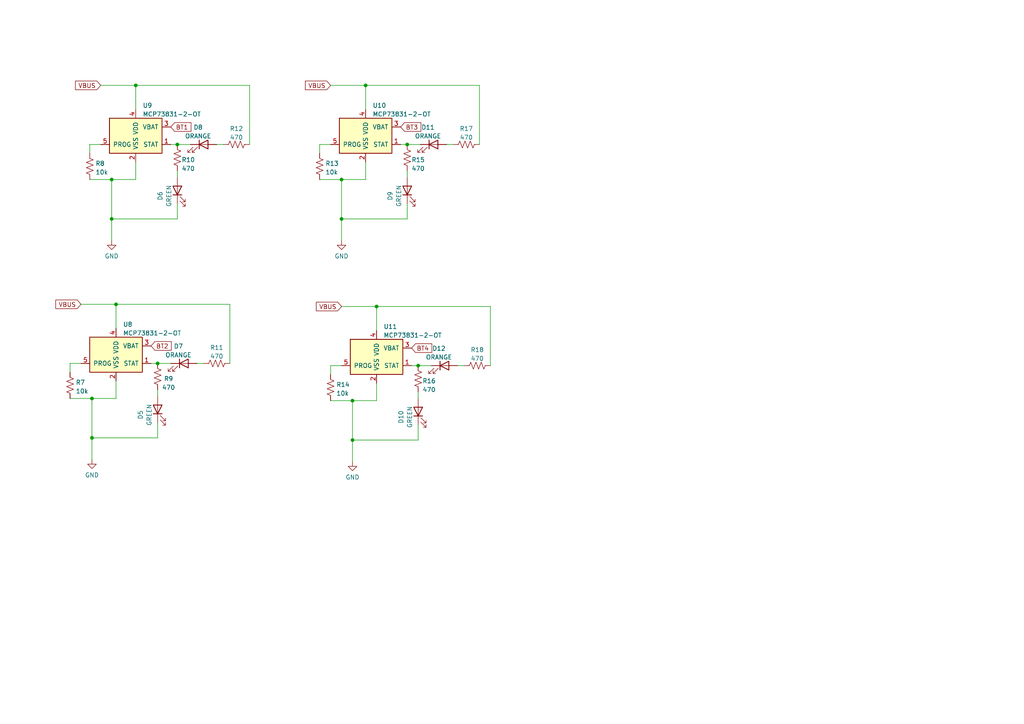
<source format=kicad_sch>
(kicad_sch (version 20211123) (generator eeschema)
  (paper "A4")
  (lib_symbols
    (symbol "Battery_Management:MCP73831-2-OT" (pin_names (offset 1.016))
      (property "Reference" "U" (at -7.62 6.35 0))
      (property "Value" "MCP73831-2-OT" (at 1.27 6.35 0))
      (symbol "MCP73831-2-OT_0_1"
        (rectangle (start -7.62 5.08) (end 7.62 -5.08) (stroke (width 0.254)) (fill (type background)))
      )
      (symbol "MCP73831-2-OT_1_1"
        (pin output line (at 10.16 -2.54 180) (length 2.54) (name "STAT") (number "1"))
        (pin power_in line (at 0 -7.62 90) (length 2.54) (name "VSS") (number "2"))
        (pin power_out line (at 10.16 2.54 180) (length 2.54) (name "VBAT") (number "3"))
        (pin power_in line (at 0 7.62 270) (length 2.54) (name "VDD") (number "4"))
        (pin input line (at -10.16 -2.54 0) (length 2.54) (name "PROG") (number "5"))
      )
    )
    (symbol "Device:LED" (pin_numbers hide) (pin_names (offset 1.016) hide)
      (property "Reference" "D" (at 0 2.54 0))
      (property "Value" "LED" (at 0 -2.54 0))
      (symbol "LED_0_1"
        (polyline (pts (xy -1.27 -1.27) (xy -1.27 1.27)) (stroke (width 0.254)))
        (polyline (pts (xy -1.27 0) (xy 1.27 0)))
        (polyline (pts (xy 1.27 -1.27) (xy 1.27 1.27) (xy -1.27 0) (xy 1.27 -1.27)) (stroke (width 0.254)))
        (polyline (pts (xy -3.048 -0.762) (xy -4.572 -2.286) (xy -3.81 -2.286) (xy -4.572 -2.286) (xy -4.572 -1.524)))
        (polyline (pts (xy -1.778 -0.762) (xy -3.302 -2.286) (xy -2.54 -2.286) (xy -3.302 -2.286) (xy -3.302 -1.524)))
      )
      (symbol "LED_1_1"
        (pin passive line (at -3.81 0 0) (length 2.54) (name "K") (number "1"))
        (pin passive line (at 3.81 0 180) (length 2.54) (name "A") (number "2"))
      )
    )
    (symbol "Device:R_US" (pin_numbers hide) (pin_names (offset 0))
      (property "Reference" "R" (at 2.54 0 90))
      (property "Value" "R_US" (at -2.54 0 90))
      (symbol "R_US_0_1"
        (polyline (pts (xy 0 -2.286) (xy 0 -2.54)))
        (polyline (pts (xy 0 2.286) (xy 0 2.54)))
        (polyline (pts (xy 0 -0.762) (xy 1.016 -1.143) (xy 0 -1.524) (xy -1.016 -1.905) (xy 0 -2.286)))
        (polyline (pts (xy 0 0.762) (xy 1.016 0.381) (xy 0 0) (xy -1.016 -0.381) (xy 0 -0.762)))
        (polyline (pts (xy 0 2.286) (xy 1.016 1.905) (xy 0 1.524) (xy -1.016 1.143) (xy 0 0.762)))
      )
      (symbol "R_US_1_1"
        (pin passive line (at 0 3.81 270) (length 1.27) (name "~") (number "1"))
        (pin passive line (at 0 -3.81 90) (length 1.27) (name "~") (number "2"))
      )
    )
    (symbol "power:GND" (power) (pin_names (offset 0))
      (property "Value" "GND" (at 0 -3.81 0))
      (symbol "GND_0_1"
        (polyline (pts (xy 0 0) (xy 0 -1.27) (xy 1.27 -1.27) (xy 0 -2.54) (xy -1.27 -1.27) (xy 0 -1.27)))
      )
      (symbol "GND_1_1"
        (pin power_in line (at 0 0 270) (length 0) hide (name "GND") (number "1"))
      )
    )
  )
  (junction (at 109.22 88.9))
  (junction (at 102.235 127.635))
  (junction (at 106.045 24.765))
  (junction (at 121.285 106.045))
  (junction (at 33.655 88.265))
  (junction (at 32.385 63.5))
  (junction (at 99.06 52.07))
  (junction (at 99.06 63.5))
  (junction (at 39.37 24.765))
  (junction (at 118.11 41.91))
  (junction (at 26.67 115.57))
  (junction (at 45.72 105.41))
  (junction (at 51.435 41.91))
  (junction (at 26.67 127))
  (junction (at 102.235 116.205))
  (junction (at 32.385 52.07))
  (wire (pts (xy 102.235 116.205) (xy 95.885 116.205)))
  (wire (pts (xy 118.11 49.53) (xy 118.11 51.435)))
  (wire (pts (xy 39.37 46.99) (xy 39.37 52.07)))
  (wire (pts (xy 45.72 122.555) (xy 45.72 127)))
  (wire (pts (xy 102.235 116.205) (xy 102.235 127.635)))
  (wire (pts (xy 95.885 108.585) (xy 95.885 106.045)))
  (wire (pts (xy 95.885 24.765) (xy 106.045 24.765)))
  (wire (pts (xy 23.495 88.265) (xy 33.655 88.265)))
  (wire (pts (xy 99.06 88.9) (xy 109.22 88.9)))
  (wire (pts (xy 129.54 41.91) (xy 131.445 41.91)))
  (wire (pts (xy 33.655 115.57) (xy 26.67 115.57)))
  (wire (pts (xy 121.285 127.635) (xy 102.235 127.635)))
  (wire (pts (xy 32.385 52.07) (xy 32.385 63.5)))
  (wire (pts (xy 121.285 123.19) (xy 121.285 127.635)))
  (wire (pts (xy 33.655 88.265) (xy 33.655 95.25)))
  (wire (pts (xy 49.53 41.91) (xy 51.435 41.91)))
  (wire (pts (xy 132.715 106.045) (xy 134.62 106.045)))
  (wire (pts (xy 72.39 24.765) (xy 39.37 24.765)))
  (wire (pts (xy 99.06 52.07) (xy 92.71 52.07)))
  (wire (pts (xy 26.67 127) (xy 26.67 133.35)))
  (wire (pts (xy 39.37 24.765) (xy 39.37 31.75)))
  (wire (pts (xy 66.675 105.41) (xy 66.675 88.265)))
  (wire (pts (xy 51.435 63.5) (xy 32.385 63.5)))
  (wire (pts (xy 116.205 41.91) (xy 118.11 41.91)))
  (wire (pts (xy 99.06 63.5) (xy 99.06 69.85)))
  (wire (pts (xy 121.285 106.045) (xy 125.095 106.045)))
  (wire (pts (xy 26.035 41.91) (xy 29.21 41.91)))
  (wire (pts (xy 26.67 115.57) (xy 20.32 115.57)))
  (wire (pts (xy 45.72 127) (xy 26.67 127)))
  (wire (pts (xy 66.675 88.265) (xy 33.655 88.265)))
  (wire (pts (xy 20.32 105.41) (xy 23.495 105.41)))
  (wire (pts (xy 95.885 106.045) (xy 99.06 106.045)))
  (wire (pts (xy 26.67 115.57) (xy 26.67 127)))
  (wire (pts (xy 121.285 113.665) (xy 121.285 115.57)))
  (wire (pts (xy 62.865 41.91) (xy 64.77 41.91)))
  (wire (pts (xy 92.71 44.45) (xy 92.71 41.91)))
  (wire (pts (xy 106.045 52.07) (xy 99.06 52.07)))
  (wire (pts (xy 142.24 88.9) (xy 109.22 88.9)))
  (wire (pts (xy 118.11 63.5) (xy 99.06 63.5)))
  (wire (pts (xy 57.15 105.41) (xy 59.055 105.41)))
  (wire (pts (xy 32.385 63.5) (xy 32.385 69.85)))
  (wire (pts (xy 43.815 105.41) (xy 45.72 105.41)))
  (wire (pts (xy 109.22 116.205) (xy 102.235 116.205)))
  (wire (pts (xy 106.045 24.765) (xy 106.045 31.75)))
  (wire (pts (xy 72.39 41.91) (xy 72.39 24.765)))
  (wire (pts (xy 118.11 41.91) (xy 121.92 41.91)))
  (wire (pts (xy 45.72 105.41) (xy 49.53 105.41)))
  (wire (pts (xy 92.71 41.91) (xy 95.885 41.91)))
  (wire (pts (xy 45.72 113.03) (xy 45.72 114.935)))
  (wire (pts (xy 29.21 24.765) (xy 39.37 24.765)))
  (wire (pts (xy 26.035 44.45) (xy 26.035 41.91)))
  (wire (pts (xy 51.435 59.055) (xy 51.435 63.5)))
  (wire (pts (xy 142.24 106.045) (xy 142.24 88.9)))
  (wire (pts (xy 102.235 127.635) (xy 102.235 133.985)))
  (wire (pts (xy 33.655 110.49) (xy 33.655 115.57)))
  (wire (pts (xy 51.435 49.53) (xy 51.435 51.435)))
  (wire (pts (xy 109.22 88.9) (xy 109.22 95.885)))
  (wire (pts (xy 118.11 59.055) (xy 118.11 63.5)))
  (wire (pts (xy 139.065 41.91) (xy 139.065 24.765)))
  (wire (pts (xy 106.045 46.99) (xy 106.045 52.07)))
  (wire (pts (xy 99.06 52.07) (xy 99.06 63.5)))
  (wire (pts (xy 109.22 111.125) (xy 109.22 116.205)))
  (wire (pts (xy 20.32 107.95) (xy 20.32 105.41)))
  (wire (pts (xy 32.385 52.07) (xy 26.035 52.07)))
  (wire (pts (xy 119.38 106.045) (xy 121.285 106.045)))
  (wire (pts (xy 51.435 41.91) (xy 55.245 41.91)))
  (wire (pts (xy 139.065 24.765) (xy 106.045 24.765)))
  (wire (pts (xy 39.37 52.07) (xy 32.385 52.07)))
  (global_label "BT3" (shape input) (at 116.205 36.83 0) (property "Intersheet References" "${INTERSHEET_REFS}" (effects hide)))
  (global_label "BT2" (shape input) (at 43.815 100.33 0) (property "Intersheet References" "${INTERSHEET_REFS}" (effects hide)))
  (global_label "VBUS" (shape input) (at 95.885 24.765 180) (property "Intersheet References" "${INTERSHEET_REFS}" (effects hide)))
  (global_label "VBUS" (shape input) (at 29.21 24.765 180) (property "Intersheet References" "${INTERSHEET_REFS}" (effects hide)))
  (global_label "VBUS" (shape input) (at 99.06 88.9 180) (property "Intersheet References" "${INTERSHEET_REFS}" (effects hide)))
  (global_label "VBUS" (shape input) (at 23.495 88.265 180) (property "Intersheet References" "${INTERSHEET_REFS}" (effects hide)))
  (global_label "BT4" (shape input) (at 119.38 100.965 0) (property "Intersheet References" "${INTERSHEET_REFS}" (effects hide)))
  (global_label "BT1" (shape input) (at 49.53 36.83 0) (property "Intersheet References" "${INTERSHEET_REFS}" (effects hide)))
  (symbol (lib_id "Device:R_US") (at 121.285 109.855 180) (unit 1)
    (property "Reference" "R16" (at 124.46 110.4931 0))
    (property "Value" "470" (at 124.46 113.03 0))
    (property "Footprint" "Resistor_SMD:R_0805_2012Metric" (effects hide))
  )
  (symbol (lib_id "Device:LED") (at 128.905 106.045 0) (unit 1)
    (property "Reference" "D12" (at 127.3175 101.0752 0))
    (property "Value" "ORANGE" (at 127.3175 103.6121 0))
    (property "Footprint" "LED_SMD:LED_0805_2012Metric" (effects hide))
  )
  (symbol (lib_id "Device:R_US") (at 68.58 41.91 90) (unit 1)
    (property "Reference" "R12" (at 68.58 37.3212 90))
    (property "Value" "470" (at 68.58 39.8581 90))
    (property "Footprint" "Resistor_SMD:R_0805_2012Metric" (effects hide))
  )
  (symbol (lib_id "Device:LED") (at 45.72 118.745 90) (unit 1)
    (property "Reference" "D5" (at 40.7502 120.3325 0))
    (property "Value" "GREEN" (at 43.2871 120.3325 0))
    (property "Footprint" "LED_SMD:LED_0805_2012Metric" (effects hide))
  )
  (symbol (lib_id "Device:R_US") (at 92.71 48.26 0) (unit 1)
    (property "Reference" "R13" (at 94.361 47.4253 0) (effects (justify left)))
    (property "Value" "10k" (at 94.361 49.9622 0) (effects (justify left)))
    (property "Footprint" "Resistor_SMD:R_0805_2012Metric" (effects hide))
  )
  (symbol (lib_id "Battery_Management:MCP73831-2-OT") (at 33.655 102.87 0) (unit 1)
    (property "Reference" "U8" (at 35.6744 94.0902 0) (effects (justify left)))
    (property "Value" "MCP73831-2-OT" (at 35.6744 96.6271 0) (effects (justify left)))
    (property "Footprint" "Package_TO_SOT_SMD:SOT-23-5" (effects hide))
    (property "Datasheet" "http://ww1.microchip.com/downloads/en/DeviceDoc/20001984g.pdf" (effects hide))
  )
  (symbol (lib_id "Device:R_US") (at 138.43 106.045 90) (unit 1)
    (property "Reference" "R18" (at 138.43 101.4562 90))
    (property "Value" "470" (at 138.43 103.9931 90))
    (property "Footprint" "Resistor_SMD:R_0805_2012Metric" (effects hide))
  )
  (symbol (lib_id "Device:R_US") (at 118.11 45.72 180) (unit 1)
    (property "Reference" "R15" (at 121.285 46.3581 0))
    (property "Value" "470" (at 121.285 48.895 0))
    (property "Footprint" "Resistor_SMD:R_0805_2012Metric" (effects hide))
  )
  (symbol (lib_id "Device:LED") (at 59.055 41.91 0) (unit 1)
    (property "Reference" "D8" (at 57.4675 36.9402 0))
    (property "Value" "ORANGE" (at 57.4675 39.4771 0))
    (property "Footprint" "LED_SMD:LED_0805_2012Metric" (effects hide))
  )
  (symbol (lib_id "Device:R_US") (at 62.865 105.41 90) (unit 1)
    (property "Reference" "R11" (at 62.865 100.8212 90))
    (property "Value" "470" (at 62.865 103.3581 90))
    (property "Footprint" "Resistor_SMD:R_0805_2012Metric" (effects hide))
  )
  (symbol (lib_id "Battery_Management:MCP73831-2-OT") (at 39.37 39.37 0) (unit 1)
    (property "Reference" "U9" (at 41.3894 30.5902 0) (effects (justify left)))
    (property "Value" "MCP73831-2-OT" (at 41.3894 33.1271 0) (effects (justify left)))
    (property "Footprint" "Package_TO_SOT_SMD:SOT-23-5" (effects hide))
    (property "Datasheet" "http://ww1.microchip.com/downloads/en/DeviceDoc/20001984g.pdf" (effects hide))
  )
  (symbol (lib_id "Device:R_US") (at 95.885 112.395 0) (unit 1)
    (property "Reference" "R14" (at 97.536 111.5603 0) (effects (justify left)))
    (property "Value" "10k" (at 97.536 114.0972 0) (effects (justify left)))
    (property "Footprint" "Resistor_SMD:R_0805_2012Metric" (effects hide))
  )
  (symbol (lib_id "Device:LED") (at 118.11 55.245 90) (unit 1)
    (property "Reference" "D9" (at 113.1402 56.8325 0))
    (property "Value" "GREEN" (at 115.6771 56.8325 0))
    (property "Footprint" "LED_SMD:LED_0805_2012Metric" (effects hide))
  )
  (symbol (lib_id "Device:LED") (at 125.73 41.91 0) (unit 1)
    (property "Reference" "D11" (at 124.1425 36.9402 0))
    (property "Value" "ORANGE" (at 124.1425 39.4771 0))
    (property "Footprint" "LED_SMD:LED_0805_2012Metric" (effects hide))
  )
  (symbol (lib_id "Device:R_US") (at 135.255 41.91 90) (unit 1)
    (property "Reference" "R17" (at 135.255 37.3212 90))
    (property "Value" "470" (at 135.255 39.8581 90))
    (property "Footprint" "Resistor_SMD:R_0805_2012Metric" (effects hide))
  )
  (symbol (lib_id "Battery_Management:MCP73831-2-OT") (at 109.22 103.505 0) (unit 1)
    (property "Reference" "U11" (at 111.2394 94.7252 0) (effects (justify left)))
    (property "Value" "MCP73831-2-OT" (at 111.2394 97.2621 0) (effects (justify left)))
    (property "Footprint" "Package_TO_SOT_SMD:SOT-23-5" (effects hide))
    (property "Datasheet" "http://ww1.microchip.com/downloads/en/DeviceDoc/20001984g.pdf" (effects hide))
  )
  (symbol (lib_id "power:GND") (at 102.235 133.985 0) (unit 1)
    (property "Reference" "#PWR015" (effects hide))
    (property "Value" "GND" (at 102.235 138.4284 0))
  )
  (symbol (lib_id "Device:R_US") (at 26.035 48.26 0) (unit 1)
    (property "Reference" "R8" (at 27.686 47.4253 0) (effects (justify left)))
    (property "Value" "10k" (at 27.686 49.9622 0) (effects (justify left)))
    (property "Footprint" "Resistor_SMD:R_0805_2012Metric" (effects hide))
  )
  (symbol (lib_id "Device:R_US") (at 20.32 111.76 0) (unit 1)
    (property "Reference" "R7" (at 21.971 110.9253 0) (effects (justify left)))
    (property "Value" "10k" (at 21.971 113.4622 0) (effects (justify left)))
    (property "Footprint" "Resistor_SMD:R_0805_2012Metric" (effects hide))
  )
  (symbol (lib_id "power:GND") (at 26.67 133.35 0) (unit 1)
    (property "Reference" "#PWR012" (effects hide))
    (property "Value" "GND" (at 26.67 137.7934 0))
  )
  (symbol (lib_id "power:GND") (at 32.385 69.85 0) (unit 1)
    (property "Reference" "#PWR013" (effects hide))
    (property "Value" "GND" (at 32.385 74.2934 0))
  )
  (symbol (lib_id "Device:LED") (at 121.285 119.38 90) (unit 1)
    (property "Reference" "D10" (at 116.3152 120.9675 0))
    (property "Value" "GREEN" (at 118.8521 120.9675 0))
    (property "Footprint" "LED_SMD:LED_0805_2012Metric" (effects hide))
  )
  (symbol (lib_id "power:GND") (at 99.06 69.85 0) (unit 1)
    (property "Reference" "#PWR014" (effects hide))
    (property "Value" "GND" (at 99.06 74.2934 0))
  )
  (symbol (lib_id "Device:R_US") (at 51.435 45.72 180) (unit 1)
    (property "Reference" "R10" (at 54.61 46.3581 0))
    (property "Value" "470" (at 54.61 48.895 0))
    (property "Footprint" "Resistor_SMD:R_0805_2012Metric" (effects hide))
  )
  (symbol (lib_id "Device:LED") (at 53.34 105.41 0) (unit 1)
    (property "Reference" "D7" (at 51.7525 100.4402 0))
    (property "Value" "ORANGE" (at 51.7525 102.9771 0))
    (property "Footprint" "LED_SMD:LED_0805_2012Metric" (effects hide))
  )
  (symbol (lib_id "Device:LED") (at 51.435 55.245 90) (unit 1)
    (property "Reference" "D6" (at 46.4652 56.8325 0))
    (property "Value" "GREEN" (at 49.0021 56.8325 0))
    (property "Footprint" "LED_SMD:LED_0805_2012Metric" (effects hide))
  )
  (symbol (lib_id "Device:R_US") (at 45.72 109.22 180) (unit 1)
    (property "Reference" "R9" (at 48.895 109.8581 0))
    (property "Value" "470" (at 48.895 112.395 0))
    (property "Footprint" "Resistor_SMD:R_0805_2012Metric" (effects hide))
  )
  (symbol (lib_id "Battery_Management:MCP73831-2-OT") (at 106.045 39.37 0) (unit 1)
    (property "Reference" "U10" (at 108.0644 30.5902 0) (effects (justify left)))
    (property "Value" "MCP73831-2-OT" (at 108.0644 33.1271 0) (effects (justify left)))
    (property "Footprint" "Package_TO_SOT_SMD:SOT-23-5" (effects hide))
    (property "Datasheet" "http://ww1.microchip.com/downloads/en/DeviceDoc/20001984g.pdf" (effects hide))
  )
)
</source>
